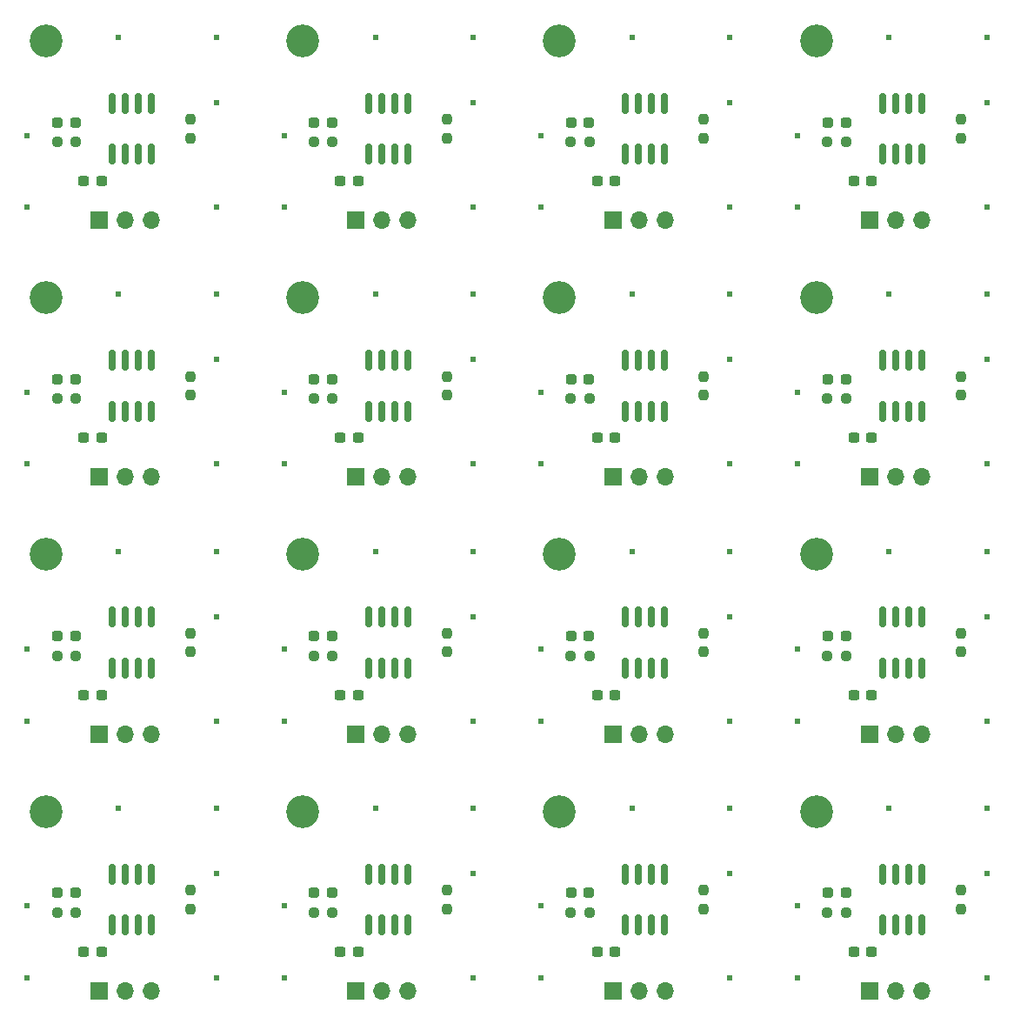
<source format=gbr>
G04 #@! TF.GenerationSoftware,KiCad,Pcbnew,(6.0.6)*
G04 #@! TF.CreationDate,2022-08-12T14:57:56+09:00*
G04 #@! TF.ProjectId,tutorial1-PNLZ,7475746f-7269-4616-9c31-2d504e4c5a2e,1*
G04 #@! TF.SameCoordinates,PX7bfa480PY7bfa480*
G04 #@! TF.FileFunction,Soldermask,Top*
G04 #@! TF.FilePolarity,Negative*
%FSLAX46Y46*%
G04 Gerber Fmt 4.6, Leading zero omitted, Abs format (unit mm)*
G04 Created by KiCad (PCBNEW (6.0.6)) date 2022-08-12 14:57:56*
%MOMM*%
%LPD*%
G01*
G04 APERTURE LIST*
G04 Aperture macros list*
%AMRoundRect*
0 Rectangle with rounded corners*
0 $1 Rounding radius*
0 $2 $3 $4 $5 $6 $7 $8 $9 X,Y pos of 4 corners*
0 Add a 4 corners polygon primitive as box body*
4,1,4,$2,$3,$4,$5,$6,$7,$8,$9,$2,$3,0*
0 Add four circle primitives for the rounded corners*
1,1,$1+$1,$2,$3*
1,1,$1+$1,$4,$5*
1,1,$1+$1,$6,$7*
1,1,$1+$1,$8,$9*
0 Add four rect primitives between the rounded corners*
20,1,$1+$1,$2,$3,$4,$5,0*
20,1,$1+$1,$4,$5,$6,$7,0*
20,1,$1+$1,$6,$7,$8,$9,0*
20,1,$1+$1,$8,$9,$2,$3,0*%
G04 Aperture macros list end*
%ADD10RoundRect,0.237500X0.300000X0.237500X-0.300000X0.237500X-0.300000X-0.237500X0.300000X-0.237500X0*%
%ADD11C,3.200000*%
%ADD12RoundRect,0.237500X0.250000X0.237500X-0.250000X0.237500X-0.250000X-0.237500X0.250000X-0.237500X0*%
%ADD13RoundRect,0.237500X0.287500X0.237500X-0.287500X0.237500X-0.287500X-0.237500X0.287500X-0.237500X0*%
%ADD14RoundRect,0.150000X0.150000X-0.825000X0.150000X0.825000X-0.150000X0.825000X-0.150000X-0.825000X0*%
%ADD15RoundRect,0.237500X-0.237500X0.250000X-0.237500X-0.250000X0.237500X-0.250000X0.237500X0.250000X0*%
%ADD16O,1.700000X1.700000*%
%ADD17R,1.700000X1.700000*%
%ADD18C,0.605000*%
G04 APERTURE END LIST*
D10*
X33662500Y-18650000D03*
X35387500Y-18650000D03*
D11*
X30000000Y-5000000D03*
D12*
X31072500Y-14840000D03*
X32897500Y-14840000D03*
D13*
X31110000Y-12935000D03*
X32860000Y-12935000D03*
D14*
X36430000Y-11095000D03*
X37700000Y-11095000D03*
X38970000Y-11095000D03*
X40240000Y-11095000D03*
X40240000Y-16045000D03*
X38970000Y-16045000D03*
X37700000Y-16045000D03*
X36430000Y-16045000D03*
D15*
X44050000Y-14482500D03*
X44050000Y-12657500D03*
D16*
X40255000Y-22460000D03*
X37715000Y-22460000D03*
D17*
X35175000Y-22460000D03*
D10*
X8662500Y-18650000D03*
X10387500Y-18650000D03*
D11*
X5000000Y-5000000D03*
D12*
X6072500Y-14840000D03*
X7897500Y-14840000D03*
D13*
X6110000Y-12935000D03*
X7860000Y-12935000D03*
D14*
X11430000Y-11095000D03*
X12700000Y-11095000D03*
X13970000Y-11095000D03*
X15240000Y-11095000D03*
X15240000Y-16045000D03*
X13970000Y-16045000D03*
X12700000Y-16045000D03*
X11430000Y-16045000D03*
D15*
X19050000Y-14482500D03*
X19050000Y-12657500D03*
D16*
X15255000Y-22460000D03*
X12715000Y-22460000D03*
D17*
X10175000Y-22460000D03*
D10*
X-16337500Y-18650000D03*
X-14612500Y-18650000D03*
D11*
X-20000000Y-5000000D03*
D12*
X-18927500Y-14840000D03*
X-17102500Y-14840000D03*
D13*
X-18890000Y-12935000D03*
X-17140000Y-12935000D03*
D14*
X-13570000Y-11095000D03*
X-12300000Y-11095000D03*
X-11030000Y-11095000D03*
X-9760000Y-11095000D03*
X-9760000Y-16045000D03*
X-11030000Y-16045000D03*
X-12300000Y-16045000D03*
X-13570000Y-16045000D03*
D15*
X-5950000Y-14482500D03*
X-5950000Y-12657500D03*
D16*
X-9745000Y-22460000D03*
X-12285000Y-22460000D03*
D17*
X-14825000Y-22460000D03*
D10*
X-41337500Y-18650000D03*
X-39612500Y-18650000D03*
D11*
X-45000000Y-5000000D03*
D12*
X-43927500Y-14840000D03*
X-42102500Y-14840000D03*
D13*
X-43890000Y-12935000D03*
X-42140000Y-12935000D03*
D14*
X-38570000Y-11095000D03*
X-37300000Y-11095000D03*
X-36030000Y-11095000D03*
X-34760000Y-11095000D03*
X-34760000Y-16045000D03*
X-36030000Y-16045000D03*
X-37300000Y-16045000D03*
X-38570000Y-16045000D03*
D15*
X-30950000Y-14482500D03*
X-30950000Y-12657500D03*
D16*
X-34745000Y-22460000D03*
X-37285000Y-22460000D03*
D17*
X-39825000Y-22460000D03*
D10*
X33662500Y6350000D03*
X35387500Y6350000D03*
D11*
X30000000Y20000000D03*
D12*
X31072500Y10160000D03*
X32897500Y10160000D03*
D13*
X31110000Y12065000D03*
X32860000Y12065000D03*
D14*
X36430000Y13905000D03*
X37700000Y13905000D03*
X38970000Y13905000D03*
X40240000Y13905000D03*
X40240000Y8955000D03*
X38970000Y8955000D03*
X37700000Y8955000D03*
X36430000Y8955000D03*
D15*
X44050000Y10517500D03*
X44050000Y12342500D03*
D16*
X40255000Y2540000D03*
X37715000Y2540000D03*
D17*
X35175000Y2540000D03*
D10*
X8662500Y6350000D03*
X10387500Y6350000D03*
D11*
X5000000Y20000000D03*
D12*
X6072500Y10160000D03*
X7897500Y10160000D03*
D13*
X6110000Y12065000D03*
X7860000Y12065000D03*
D14*
X11430000Y13905000D03*
X12700000Y13905000D03*
X13970000Y13905000D03*
X15240000Y13905000D03*
X15240000Y8955000D03*
X13970000Y8955000D03*
X12700000Y8955000D03*
X11430000Y8955000D03*
D15*
X19050000Y10517500D03*
X19050000Y12342500D03*
D16*
X15255000Y2540000D03*
X12715000Y2540000D03*
D17*
X10175000Y2540000D03*
D10*
X-16337500Y6350000D03*
X-14612500Y6350000D03*
D11*
X-20000000Y20000000D03*
D12*
X-18927500Y10160000D03*
X-17102500Y10160000D03*
D13*
X-18890000Y12065000D03*
X-17140000Y12065000D03*
D14*
X-13570000Y13905000D03*
X-12300000Y13905000D03*
X-11030000Y13905000D03*
X-9760000Y13905000D03*
X-9760000Y8955000D03*
X-11030000Y8955000D03*
X-12300000Y8955000D03*
X-13570000Y8955000D03*
D15*
X-5950000Y10517500D03*
X-5950000Y12342500D03*
D16*
X-9745000Y2540000D03*
X-12285000Y2540000D03*
D17*
X-14825000Y2540000D03*
D10*
X-41337500Y6350000D03*
X-39612500Y6350000D03*
D11*
X-45000000Y20000000D03*
D12*
X-43927500Y10160000D03*
X-42102500Y10160000D03*
D13*
X-43890000Y12065000D03*
X-42140000Y12065000D03*
D14*
X-38570000Y13905000D03*
X-37300000Y13905000D03*
X-36030000Y13905000D03*
X-34760000Y13905000D03*
X-34760000Y8955000D03*
X-36030000Y8955000D03*
X-37300000Y8955000D03*
X-38570000Y8955000D03*
D15*
X-30950000Y10517500D03*
X-30950000Y12342500D03*
D16*
X-34745000Y2540000D03*
X-37285000Y2540000D03*
D17*
X-39825000Y2540000D03*
D10*
X33662500Y31350000D03*
X35387500Y31350000D03*
D11*
X30000000Y45000000D03*
D12*
X31072500Y35160000D03*
X32897500Y35160000D03*
D13*
X31110000Y37065000D03*
X32860000Y37065000D03*
D14*
X36430000Y38905000D03*
X37700000Y38905000D03*
X38970000Y38905000D03*
X40240000Y38905000D03*
X40240000Y33955000D03*
X38970000Y33955000D03*
X37700000Y33955000D03*
X36430000Y33955000D03*
D15*
X44050000Y35517500D03*
X44050000Y37342500D03*
D16*
X40255000Y27540000D03*
X37715000Y27540000D03*
D17*
X35175000Y27540000D03*
D10*
X8662500Y31350000D03*
X10387500Y31350000D03*
D11*
X5000000Y45000000D03*
D12*
X6072500Y35160000D03*
X7897500Y35160000D03*
D13*
X6110000Y37065000D03*
X7860000Y37065000D03*
D14*
X11430000Y38905000D03*
X12700000Y38905000D03*
X13970000Y38905000D03*
X15240000Y38905000D03*
X15240000Y33955000D03*
X13970000Y33955000D03*
X12700000Y33955000D03*
X11430000Y33955000D03*
D15*
X19050000Y35517500D03*
X19050000Y37342500D03*
D16*
X15255000Y27540000D03*
X12715000Y27540000D03*
D17*
X10175000Y27540000D03*
D10*
X-16337500Y31350000D03*
X-14612500Y31350000D03*
D11*
X-20000000Y45000000D03*
D12*
X-18927500Y35160000D03*
X-17102500Y35160000D03*
D13*
X-18890000Y37065000D03*
X-17140000Y37065000D03*
D14*
X-13570000Y38905000D03*
X-12300000Y38905000D03*
X-11030000Y38905000D03*
X-9760000Y38905000D03*
X-9760000Y33955000D03*
X-11030000Y33955000D03*
X-12300000Y33955000D03*
X-13570000Y33955000D03*
D15*
X-5950000Y35517500D03*
X-5950000Y37342500D03*
D16*
X-9745000Y27540000D03*
X-12285000Y27540000D03*
D17*
X-14825000Y27540000D03*
D10*
X-41337500Y31350000D03*
X-39612500Y31350000D03*
D11*
X-45000000Y45000000D03*
D12*
X-43927500Y35160000D03*
X-42102500Y35160000D03*
D13*
X-43890000Y37065000D03*
X-42140000Y37065000D03*
D14*
X-38570000Y38905000D03*
X-37300000Y38905000D03*
X-36030000Y38905000D03*
X-34760000Y38905000D03*
X-34760000Y33955000D03*
X-36030000Y33955000D03*
X-37300000Y33955000D03*
X-38570000Y33955000D03*
D15*
X-30950000Y35517500D03*
X-30950000Y37342500D03*
D16*
X-34745000Y27540000D03*
X-37285000Y27540000D03*
D17*
X-39825000Y27540000D03*
D10*
X33662500Y56350000D03*
X35387500Y56350000D03*
D11*
X30000000Y70000000D03*
D12*
X31072500Y60160000D03*
X32897500Y60160000D03*
D13*
X31110000Y62065000D03*
X32860000Y62065000D03*
D14*
X36430000Y63905000D03*
X37700000Y63905000D03*
X38970000Y63905000D03*
X40240000Y63905000D03*
X40240000Y58955000D03*
X38970000Y58955000D03*
X37700000Y58955000D03*
X36430000Y58955000D03*
D15*
X44050000Y60517500D03*
X44050000Y62342500D03*
D16*
X40255000Y52540000D03*
X37715000Y52540000D03*
D17*
X35175000Y52540000D03*
D10*
X8662500Y56350000D03*
X10387500Y56350000D03*
D11*
X5000000Y70000000D03*
D12*
X6072500Y60160000D03*
X7897500Y60160000D03*
D13*
X6110000Y62065000D03*
X7860000Y62065000D03*
D14*
X11430000Y63905000D03*
X12700000Y63905000D03*
X13970000Y63905000D03*
X15240000Y63905000D03*
X15240000Y58955000D03*
X13970000Y58955000D03*
X12700000Y58955000D03*
X11430000Y58955000D03*
D15*
X19050000Y60517500D03*
X19050000Y62342500D03*
D16*
X15255000Y52540000D03*
X12715000Y52540000D03*
D17*
X10175000Y52540000D03*
D10*
X-16337500Y56350000D03*
X-14612500Y56350000D03*
D11*
X-20000000Y70000000D03*
D12*
X-18927500Y60160000D03*
X-17102500Y60160000D03*
D13*
X-18890000Y62065000D03*
X-17140000Y62065000D03*
D14*
X-13570000Y63905000D03*
X-12300000Y63905000D03*
X-11030000Y63905000D03*
X-9760000Y63905000D03*
X-9760000Y58955000D03*
X-11030000Y58955000D03*
X-12300000Y58955000D03*
X-13570000Y58955000D03*
D15*
X-5950000Y60517500D03*
X-5950000Y62342500D03*
D16*
X-9745000Y52540000D03*
X-12285000Y52540000D03*
D17*
X-14825000Y52540000D03*
D12*
X-43927500Y60160000D03*
X-42102500Y60160000D03*
D10*
X-41337500Y56350000D03*
X-39612500Y56350000D03*
D11*
X-45000000Y70000000D03*
D13*
X-43890000Y62065000D03*
X-42140000Y62065000D03*
D16*
X-34745000Y52540000D03*
X-37285000Y52540000D03*
D17*
X-39825000Y52540000D03*
D15*
X-30950000Y60517500D03*
X-30950000Y62342500D03*
D14*
X-38570000Y63905000D03*
X-37300000Y63905000D03*
X-36030000Y63905000D03*
X-34760000Y63905000D03*
X-34760000Y58955000D03*
X-36030000Y58955000D03*
X-37300000Y58955000D03*
X-38570000Y58955000D03*
D18*
X46590000Y-4680000D03*
X28175000Y-21190000D03*
X28175000Y-14205000D03*
X37065000Y-4680000D03*
X46590000Y-11030000D03*
X46590000Y-21190000D03*
X21590000Y-4680000D03*
X3175000Y-21190000D03*
X3175000Y-14205000D03*
X12065000Y-4680000D03*
X21590000Y-11030000D03*
X21590000Y-21190000D03*
X-3410000Y-4680000D03*
X-21825000Y-21190000D03*
X-21825000Y-14205000D03*
X-12935000Y-4680000D03*
X-3410000Y-11030000D03*
X-3410000Y-21190000D03*
X-28410000Y-4680000D03*
X-46825000Y-21190000D03*
X-46825000Y-14205000D03*
X-37935000Y-4680000D03*
X-28410000Y-11030000D03*
X-28410000Y-21190000D03*
X46590000Y20320000D03*
X28175000Y3810000D03*
X28175000Y10795000D03*
X37065000Y20320000D03*
X46590000Y13970000D03*
X46590000Y3810000D03*
X21590000Y20320000D03*
X3175000Y3810000D03*
X3175000Y10795000D03*
X12065000Y20320000D03*
X21590000Y13970000D03*
X21590000Y3810000D03*
X-3410000Y20320000D03*
X-21825000Y3810000D03*
X-21825000Y10795000D03*
X-12935000Y20320000D03*
X-3410000Y13970000D03*
X-3410000Y3810000D03*
X-28410000Y20320000D03*
X-46825000Y3810000D03*
X-46825000Y10795000D03*
X-37935000Y20320000D03*
X-28410000Y13970000D03*
X-28410000Y3810000D03*
X46590000Y45320000D03*
X28175000Y28810000D03*
X28175000Y35795000D03*
X37065000Y45320000D03*
X46590000Y38970000D03*
X46590000Y28810000D03*
X21590000Y45320000D03*
X3175000Y28810000D03*
X3175000Y35795000D03*
X12065000Y45320000D03*
X21590000Y38970000D03*
X21590000Y28810000D03*
X-3410000Y45320000D03*
X-21825000Y28810000D03*
X-21825000Y35795000D03*
X-12935000Y45320000D03*
X-3410000Y38970000D03*
X-3410000Y28810000D03*
X-28410000Y45320000D03*
X-46825000Y28810000D03*
X-46825000Y35795000D03*
X-37935000Y45320000D03*
X-28410000Y38970000D03*
X-28410000Y28810000D03*
X46590000Y70320000D03*
X28175000Y53810000D03*
X28175000Y60795000D03*
X37065000Y70320000D03*
X46590000Y63970000D03*
X46590000Y53810000D03*
X21590000Y70320000D03*
X3175000Y53810000D03*
X3175000Y60795000D03*
X12065000Y70320000D03*
X21590000Y63970000D03*
X21590000Y53810000D03*
X-3410000Y70320000D03*
X-21825000Y53810000D03*
X-21825000Y60795000D03*
X-12935000Y70320000D03*
X-3410000Y63970000D03*
X-3410000Y53810000D03*
X-46825000Y60795000D03*
X-28410000Y70320000D03*
X-28410000Y53810000D03*
X-28410000Y63970000D03*
X-46825000Y53810000D03*
X-37935000Y70320000D03*
M02*

</source>
